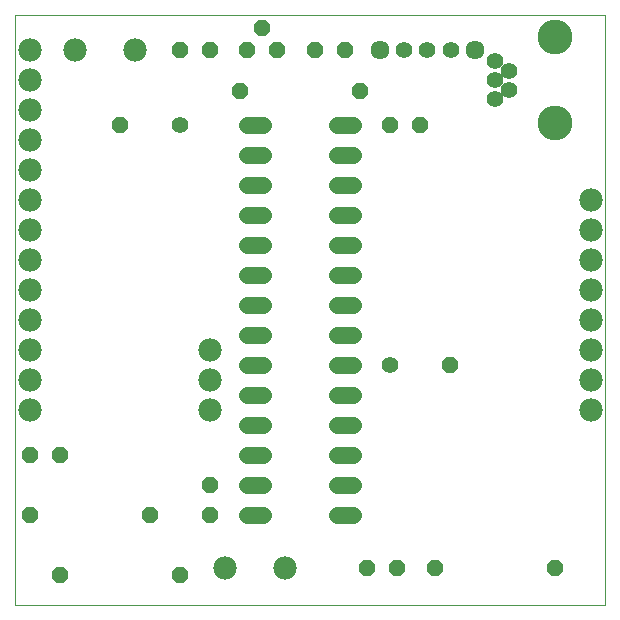
<source format=gts>
G75*
%MOIN*%
%OFA0B0*%
%FSLAX25Y25*%
%IPPOS*%
%LPD*%
%AMOC8*
5,1,8,0,0,1.08239X$1,22.5*
%
%ADD10C,0.00000*%
%ADD11OC8,0.05600*%
%ADD12C,0.05600*%
%ADD13C,0.05550*%
%ADD14C,0.11620*%
%ADD15C,0.07800*%
%ADD16C,0.05600*%
%ADD17C,0.06337*%
D10*
X0001600Y0001600D02*
X0001600Y0198450D01*
X0198450Y0198450D01*
X0198450Y0001600D01*
X0001600Y0001600D01*
D11*
X0016600Y0011600D03*
X0006600Y0031600D03*
X0006600Y0051600D03*
X0016600Y0051600D03*
X0046600Y0031600D03*
X0066600Y0031600D03*
X0066600Y0041600D03*
X0056600Y0011600D03*
X0119100Y0014100D03*
X0129100Y0014100D03*
X0141600Y0014100D03*
X0181600Y0014100D03*
X0146600Y0081600D03*
X0136600Y0161600D03*
X0126600Y0161600D03*
X0116600Y0172850D03*
X0111600Y0186600D03*
X0101600Y0186600D03*
X0089100Y0186600D03*
X0084100Y0194100D03*
X0079100Y0186600D03*
X0066600Y0186600D03*
X0056600Y0186600D03*
X0076600Y0172850D03*
X0036600Y0161600D03*
D12*
X0056600Y0161600D03*
X0126600Y0081600D03*
D13*
X0161521Y0170301D03*
X0166246Y0173450D03*
X0161521Y0176600D03*
X0166246Y0179750D03*
X0161521Y0182899D03*
X0146974Y0186600D03*
X0139100Y0186600D03*
X0131226Y0186600D03*
D14*
X0181600Y0190970D03*
X0181600Y0162230D03*
D15*
X0193600Y0136600D03*
X0193600Y0126600D03*
X0193600Y0116600D03*
X0193600Y0106600D03*
X0193600Y0096600D03*
X0193600Y0086600D03*
X0193600Y0076600D03*
X0193600Y0066600D03*
X0091600Y0014100D03*
X0071600Y0014100D03*
X0066600Y0066600D03*
X0066600Y0076600D03*
X0066600Y0086600D03*
X0006600Y0086600D03*
X0006600Y0076600D03*
X0006600Y0066600D03*
X0006600Y0096600D03*
X0006600Y0106600D03*
X0006600Y0116600D03*
X0006600Y0126600D03*
X0006600Y0136600D03*
X0006600Y0146600D03*
X0006600Y0156600D03*
X0006600Y0166600D03*
X0006600Y0176600D03*
X0006600Y0186600D03*
X0021600Y0186600D03*
X0041600Y0186600D03*
D16*
X0079000Y0161600D02*
X0084200Y0161600D01*
X0084200Y0151600D02*
X0079000Y0151600D01*
X0079000Y0141600D02*
X0084200Y0141600D01*
X0084200Y0131600D02*
X0079000Y0131600D01*
X0079000Y0121600D02*
X0084200Y0121600D01*
X0084200Y0111600D02*
X0079000Y0111600D01*
X0079000Y0101600D02*
X0084200Y0101600D01*
X0084200Y0091600D02*
X0079000Y0091600D01*
X0079000Y0081600D02*
X0084200Y0081600D01*
X0084200Y0071600D02*
X0079000Y0071600D01*
X0079000Y0061600D02*
X0084200Y0061600D01*
X0084200Y0051600D02*
X0079000Y0051600D01*
X0079000Y0041600D02*
X0084200Y0041600D01*
X0084200Y0031600D02*
X0079000Y0031600D01*
X0109000Y0031600D02*
X0114200Y0031600D01*
X0114200Y0041600D02*
X0109000Y0041600D01*
X0109000Y0051600D02*
X0114200Y0051600D01*
X0114200Y0061600D02*
X0109000Y0061600D01*
X0109000Y0071600D02*
X0114200Y0071600D01*
X0114200Y0081600D02*
X0109000Y0081600D01*
X0109000Y0091600D02*
X0114200Y0091600D01*
X0114200Y0101600D02*
X0109000Y0101600D01*
X0109000Y0111600D02*
X0114200Y0111600D01*
X0114200Y0121600D02*
X0109000Y0121600D01*
X0109000Y0131600D02*
X0114200Y0131600D01*
X0114200Y0141600D02*
X0109000Y0141600D01*
X0109000Y0151600D02*
X0114200Y0151600D01*
X0114200Y0161600D02*
X0109000Y0161600D01*
D17*
X0123352Y0186600D03*
X0154848Y0186600D03*
M02*

</source>
